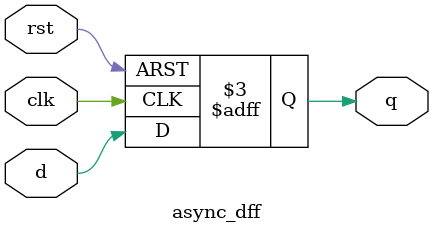
<source format=sv>
module async_dff(clk,rst,d,q);
input clk,rst,d;
output reg q;
always@(posedge clk or negedge rst)
begin
if(!rst)
q<=0;
else 
q<=d;
end
endmodule

</source>
